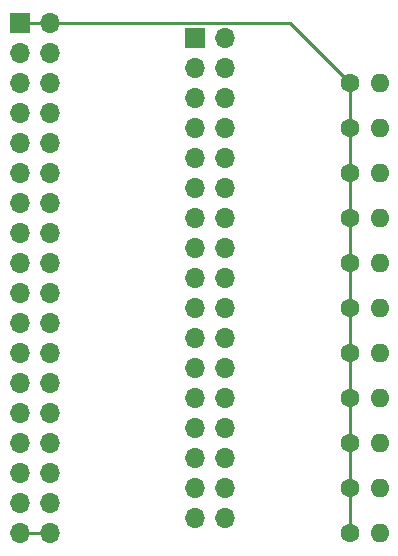
<source format=gbr>
G04 #@! TF.GenerationSoftware,KiCad,Pcbnew,(5.1.2-1)-1*
G04 #@! TF.CreationDate,2019-07-09T21:50:49+10:00*
G04 #@! TF.ProjectId,b2,62322e6b-6963-4616-945f-706362585858,rev?*
G04 #@! TF.SameCoordinates,Original*
G04 #@! TF.FileFunction,Copper,L2,Bot*
G04 #@! TF.FilePolarity,Positive*
%FSLAX46Y46*%
G04 Gerber Fmt 4.6, Leading zero omitted, Abs format (unit mm)*
G04 Created by KiCad (PCBNEW (5.1.2-1)-1) date 2019-07-09 21:50:49*
%MOMM*%
%LPD*%
G04 APERTURE LIST*
%ADD10O,1.600000X1.600000*%
%ADD11C,1.600000*%
%ADD12O,1.700000X1.700000*%
%ADD13R,1.700000X1.700000*%
%ADD14C,0.250000*%
G04 APERTURE END LIST*
D10*
X73660000Y-66040000D03*
D11*
X71120000Y-66040000D03*
D10*
X73660000Y-69850000D03*
D11*
X71120000Y-69850000D03*
D10*
X73660000Y-73660000D03*
D11*
X71120000Y-73660000D03*
D10*
X73660000Y-77470000D03*
D11*
X71120000Y-77470000D03*
D10*
X73660000Y-81280000D03*
D11*
X71120000Y-81280000D03*
D10*
X73660000Y-85090000D03*
D11*
X71120000Y-85090000D03*
D10*
X73660000Y-88900000D03*
D11*
X71120000Y-88900000D03*
D10*
X73660000Y-92710000D03*
D11*
X71120000Y-92710000D03*
D10*
X73660000Y-96520000D03*
D11*
X71120000Y-96520000D03*
D10*
X73660000Y-100330000D03*
D11*
X71120000Y-100330000D03*
D10*
X73660000Y-104140000D03*
D11*
X71120000Y-104140000D03*
D12*
X60540000Y-102870000D03*
X58000000Y-102870000D03*
X60540000Y-100330000D03*
X58000000Y-100330000D03*
X60540000Y-97790000D03*
X58000000Y-97790000D03*
X60540000Y-95250000D03*
X58000000Y-95250000D03*
X60540000Y-92710000D03*
X58000000Y-92710000D03*
X60540000Y-90170000D03*
X58000000Y-90170000D03*
X60540000Y-87630000D03*
X58000000Y-87630000D03*
X60540000Y-85090000D03*
X58000000Y-85090000D03*
X60540000Y-82550000D03*
X58000000Y-82550000D03*
X60540000Y-80010000D03*
X58000000Y-80010000D03*
X60540000Y-77470000D03*
X58000000Y-77470000D03*
X60540000Y-74930000D03*
X58000000Y-74930000D03*
X60540000Y-72390000D03*
X58000000Y-72390000D03*
X60540000Y-69850000D03*
X58000000Y-69850000D03*
X60540000Y-67310000D03*
X58000000Y-67310000D03*
X60540000Y-64770000D03*
X58000000Y-64770000D03*
X60540000Y-62230000D03*
D13*
X58000000Y-62230000D03*
D12*
X45720000Y-104140000D03*
X43180000Y-104140000D03*
X45720000Y-101600000D03*
X43180000Y-101600000D03*
X45720000Y-99060000D03*
X43180000Y-99060000D03*
X45720000Y-96520000D03*
X43180000Y-96520000D03*
X45720000Y-93980000D03*
X43180000Y-93980000D03*
X45720000Y-91440000D03*
X43180000Y-91440000D03*
X45720000Y-88900000D03*
X43180000Y-88900000D03*
X45720000Y-86360000D03*
X43180000Y-86360000D03*
X45720000Y-83820000D03*
X43180000Y-83820000D03*
X45720000Y-81280000D03*
X43180000Y-81280000D03*
X45720000Y-78740000D03*
X43180000Y-78740000D03*
X45720000Y-76200000D03*
X43180000Y-76200000D03*
X45720000Y-73660000D03*
X43180000Y-73660000D03*
X45720000Y-71120000D03*
X43180000Y-71120000D03*
X45720000Y-68580000D03*
X43180000Y-68580000D03*
X45720000Y-66040000D03*
X43180000Y-66040000D03*
X45720000Y-63500000D03*
X43180000Y-63500000D03*
X45720000Y-60960000D03*
D13*
X43180000Y-60960000D03*
D14*
X43180000Y-104140000D02*
X45720000Y-104140000D01*
X43180000Y-60960000D02*
X45720000Y-60960000D01*
X66040000Y-60960000D02*
X71120000Y-66040000D01*
X45720000Y-60960000D02*
X66040000Y-60960000D01*
X71120000Y-66040000D02*
X71120000Y-69850000D01*
X71120000Y-69850000D02*
X71120000Y-73660000D01*
X71120000Y-73660000D02*
X71120000Y-77470000D01*
X71120000Y-77470000D02*
X71120000Y-81280000D01*
X71120000Y-81280000D02*
X71120000Y-85090000D01*
X71120000Y-85090000D02*
X71120000Y-88900000D01*
X71120000Y-88900000D02*
X71120000Y-92710000D01*
X71120000Y-92710000D02*
X71120000Y-96520000D01*
X71120000Y-96520000D02*
X71120000Y-100330000D01*
X71120000Y-100330000D02*
X71120000Y-104140000D01*
M02*

</source>
